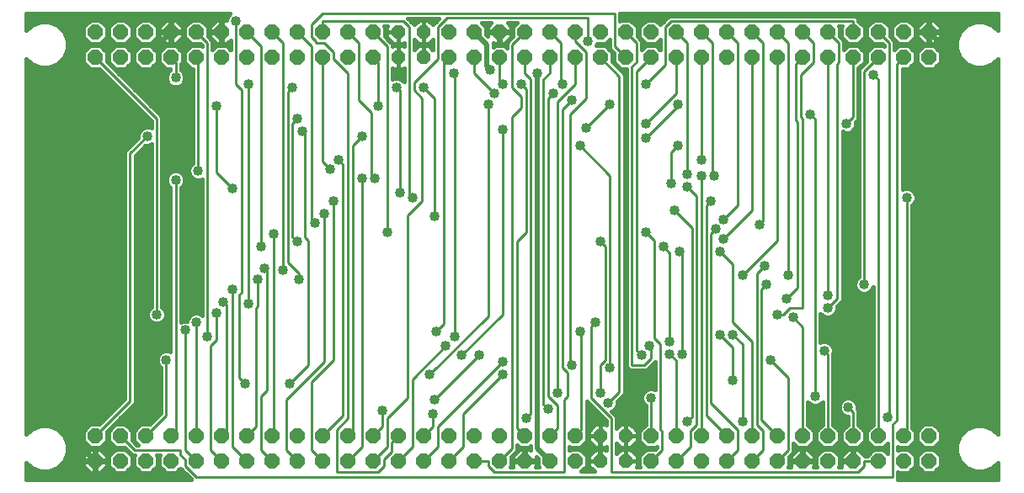
<source format=gbl>
G75*
%MOIN*%
%OFA0B0*%
%FSLAX24Y24*%
%IPPOS*%
%LPD*%
%AMOC8*
5,1,8,0,0,1.08239X$1,22.5*
%
%ADD10OC8,0.0600*%
%ADD11OC8,0.0560*%
%ADD12C,0.0200*%
%ADD13C,0.0400*%
%ADD14C,0.0160*%
%ADD15C,0.0100*%
D10*
X003680Y001680D03*
X004680Y001680D03*
X005680Y001680D03*
X006680Y001680D03*
X007680Y001680D03*
X008680Y001680D03*
X009680Y001680D03*
X010680Y001680D03*
X011680Y001680D03*
X012680Y001680D03*
X013680Y001680D03*
X014680Y001680D03*
X015680Y001680D03*
X016680Y001680D03*
X017680Y001680D03*
X018680Y001680D03*
X019680Y001680D03*
X020680Y001680D03*
X021680Y001680D03*
X022680Y001680D03*
X022680Y002680D03*
X021680Y002680D03*
X020680Y002680D03*
X019680Y002680D03*
X018680Y002680D03*
X017680Y002680D03*
X016680Y002680D03*
X015680Y002680D03*
X014680Y002680D03*
X013680Y002680D03*
X012680Y002680D03*
X011680Y002680D03*
X010680Y002680D03*
X009680Y002680D03*
X008680Y002680D03*
X007680Y002680D03*
X006680Y002680D03*
X005680Y002680D03*
X004680Y002680D03*
X003680Y002680D03*
X025680Y002680D03*
X026680Y002680D03*
X027680Y002680D03*
X028680Y002680D03*
X029680Y002680D03*
X030680Y002680D03*
X031680Y002680D03*
X032680Y002680D03*
X033680Y002680D03*
X034680Y002680D03*
X035680Y002680D03*
X036680Y002680D03*
X036680Y001680D03*
X035680Y001680D03*
X034680Y001680D03*
X033680Y001680D03*
X032680Y001680D03*
X031680Y001680D03*
X030680Y001680D03*
X029680Y001680D03*
X028680Y001680D03*
X027680Y001680D03*
X026680Y001680D03*
X025680Y001680D03*
X025680Y017680D03*
X024680Y017680D03*
X023680Y017680D03*
X022680Y017680D03*
X021680Y017680D03*
X020680Y017680D03*
X019680Y017680D03*
X018680Y017680D03*
X017680Y017680D03*
X017680Y018680D03*
X018680Y018680D03*
X019680Y018680D03*
X020680Y018680D03*
X021680Y018680D03*
X022680Y018680D03*
X023680Y018680D03*
X024680Y018680D03*
X025680Y018680D03*
X026680Y018680D03*
X027680Y018680D03*
X028680Y018680D03*
X029680Y018680D03*
X030680Y018680D03*
X031680Y018680D03*
X032680Y018680D03*
X033680Y018680D03*
X034680Y018680D03*
X035680Y018680D03*
X036680Y018680D03*
X036680Y017680D03*
X035680Y017680D03*
X034680Y017680D03*
X033680Y017680D03*
X032680Y017680D03*
X031680Y017680D03*
X030680Y017680D03*
X029680Y017680D03*
X028680Y017680D03*
X027680Y017680D03*
X026680Y017680D03*
X014680Y017680D03*
X013680Y017680D03*
X012680Y017680D03*
X011680Y017680D03*
X010680Y017680D03*
X009680Y017680D03*
X008680Y017680D03*
X007680Y017680D03*
X006680Y017680D03*
X005680Y017680D03*
X004680Y017680D03*
X003680Y017680D03*
X003680Y018680D03*
X004680Y018680D03*
X005680Y018680D03*
X006680Y018680D03*
X007680Y018680D03*
X008680Y018680D03*
X009680Y018680D03*
X010680Y018680D03*
X011680Y018680D03*
X012680Y018680D03*
X013680Y018680D03*
X014680Y018680D03*
D11*
X015680Y018680D03*
X016680Y018680D03*
X016680Y017680D03*
X015680Y017680D03*
X023680Y002680D03*
X024680Y002680D03*
X024680Y001680D03*
X023680Y001680D03*
D12*
X023680Y002680D01*
X021680Y001680D02*
X021180Y002180D01*
X021180Y017055D01*
X019305Y017180D02*
X019180Y017305D01*
X019180Y018180D01*
X018680Y018680D01*
X006680Y018680D02*
X006180Y018180D01*
X003180Y018180D01*
X003180Y002180D01*
X003680Y001680D01*
X037243Y001118D02*
X037243Y018118D01*
X036680Y018680D01*
D13*
X034493Y016993D03*
X031993Y015430D03*
X033430Y015055D03*
X028180Y012993D03*
X027680Y012993D03*
X027118Y013055D03*
X026493Y012680D03*
X027118Y012555D03*
X028055Y011993D03*
X028555Y011243D03*
X028243Y010868D03*
X028555Y010493D03*
X028430Y009993D03*
X026805Y009993D03*
X026180Y010180D03*
X025493Y010743D03*
X026618Y011618D03*
X023680Y010368D03*
X029305Y009055D03*
X030180Y009430D03*
X031118Y009055D03*
X030243Y008680D03*
X031055Y008118D03*
X030680Y007493D03*
X031305Y007368D03*
X032680Y007743D03*
X032680Y008243D03*
X034118Y008680D03*
X029993Y011055D03*
X027680Y013618D03*
X026743Y014180D03*
X025493Y014493D03*
X025493Y015055D03*
X026743Y015805D03*
X025493Y016618D03*
X024055Y015805D03*
X023118Y014868D03*
X022868Y014180D03*
X019805Y014805D03*
X019243Y015805D03*
X019493Y016243D03*
X019805Y016618D03*
X020555Y016618D03*
X021180Y017055D03*
X022180Y016618D03*
X021805Y016243D03*
X022555Y015993D03*
X019305Y017180D03*
X017868Y017055D03*
X016680Y016493D03*
X015618Y016493D03*
X014868Y015743D03*
X014243Y014555D03*
X013305Y013618D03*
X012993Y013243D03*
X014243Y012868D03*
X014743Y012868D03*
X015743Y012305D03*
X016243Y012118D03*
X017118Y011368D03*
X015243Y010743D03*
X013118Y011993D03*
X012743Y011493D03*
X012368Y011118D03*
X011680Y010368D03*
X010743Y010680D03*
X010243Y010180D03*
X010368Y009305D03*
X010118Y008868D03*
X011118Y009243D03*
X011743Y008868D03*
X009743Y007930D03*
X009118Y008493D03*
X008743Y007993D03*
X008493Y007555D03*
X007680Y007180D03*
X007243Y006868D03*
X008118Y006618D03*
X006493Y005680D03*
X009618Y004743D03*
X011368Y004743D03*
X015055Y003680D03*
X017055Y003555D03*
X017118Y004118D03*
X016930Y005118D03*
X018180Y005868D03*
X018868Y005868D03*
X019805Y005618D03*
X019805Y005118D03*
X021993Y004368D03*
X021618Y003743D03*
X020743Y003368D03*
X023680Y004368D03*
X023993Y003993D03*
X025680Y004180D03*
X027118Y003243D03*
X029305Y003243D03*
X032180Y004243D03*
X033493Y003805D03*
X035055Y003430D03*
X037243Y001118D03*
X028930Y004868D03*
X030430Y005680D03*
X028930Y006680D03*
X028430Y006680D03*
X026930Y005930D03*
X026430Y005930D03*
X026430Y006430D03*
X025618Y006243D03*
X025305Y005868D03*
X024055Y005368D03*
X022555Y005493D03*
X022868Y006805D03*
X023493Y007180D03*
X017930Y006618D03*
X017555Y006243D03*
X017180Y006805D03*
X006118Y007493D03*
X009118Y012493D03*
X007743Y013180D03*
X006868Y012805D03*
X005743Y014555D03*
X008493Y015743D03*
X009743Y016618D03*
X011493Y016493D03*
X011680Y015243D03*
X011868Y014743D03*
X006868Y016868D03*
X009243Y019118D03*
X023180Y018305D03*
X035805Y012118D03*
X032555Y006055D03*
D14*
X000960Y001620D02*
X000960Y000960D01*
X007478Y000960D01*
X007470Y000968D01*
X007044Y001394D01*
X006871Y001220D01*
X006489Y001220D01*
X006220Y001489D01*
X006220Y001871D01*
X006257Y001908D01*
X006103Y001908D01*
X006140Y001871D01*
X006140Y001489D01*
X005871Y001220D01*
X005489Y001220D01*
X005220Y001489D01*
X005220Y001871D01*
X005257Y001908D01*
X005156Y001908D01*
X004843Y002220D01*
X004489Y002220D01*
X004220Y002489D01*
X004220Y002871D01*
X004489Y003140D01*
X004871Y003140D01*
X005140Y002871D01*
X005140Y002517D01*
X005329Y002327D01*
X005382Y002327D01*
X005220Y002489D01*
X005220Y002871D01*
X005489Y003140D01*
X005843Y003140D01*
X006283Y003579D01*
X006283Y005381D01*
X006187Y005476D01*
X006133Y005608D01*
X006133Y005752D01*
X006187Y005884D01*
X006289Y005985D01*
X006421Y006040D01*
X006564Y006040D01*
X006658Y006001D01*
X006658Y012506D01*
X006562Y012601D01*
X006508Y012733D01*
X006508Y012877D01*
X006562Y013009D01*
X006664Y013110D01*
X006796Y013165D01*
X006939Y013165D01*
X007071Y013110D01*
X007173Y013009D01*
X007227Y012877D01*
X007227Y012733D01*
X007173Y012601D01*
X007077Y012506D01*
X007077Y007189D01*
X007171Y007227D01*
X007314Y007227D01*
X007320Y007225D01*
X007320Y007252D01*
X007375Y007384D01*
X007476Y007485D01*
X007608Y007540D01*
X007752Y007540D01*
X007884Y007485D01*
X007908Y007462D01*
X007908Y012859D01*
X007814Y012820D01*
X007671Y012820D01*
X007539Y012875D01*
X007437Y012976D01*
X007383Y013108D01*
X007383Y013252D01*
X007437Y013384D01*
X007533Y013479D01*
X007533Y017220D01*
X007489Y017220D01*
X007220Y017489D01*
X007220Y017871D01*
X007489Y018140D01*
X007871Y018140D01*
X007908Y018103D01*
X007908Y018156D01*
X007843Y018220D01*
X007489Y018220D01*
X007220Y018489D01*
X007220Y018871D01*
X007489Y019140D01*
X007871Y019140D01*
X008140Y018871D01*
X008140Y018517D01*
X008327Y018329D01*
X008327Y017978D01*
X008489Y018140D01*
X008871Y018140D01*
X009033Y017978D01*
X009033Y018354D01*
X008879Y018200D01*
X008700Y018200D01*
X008700Y018660D01*
X008660Y018660D01*
X008660Y018200D01*
X008481Y018200D01*
X008200Y018481D01*
X008200Y018660D01*
X008660Y018660D01*
X008660Y018700D01*
X008660Y019160D01*
X008481Y019160D01*
X008200Y018879D01*
X008200Y018700D01*
X008660Y018700D01*
X008700Y018700D01*
X008700Y019160D01*
X008879Y019160D01*
X008883Y019156D01*
X008883Y019189D01*
X008937Y019321D01*
X009016Y019400D01*
X000960Y019400D01*
X000960Y018740D01*
X001167Y018947D01*
X001500Y019085D01*
X001860Y019085D01*
X002193Y018947D01*
X002447Y018693D01*
X002585Y018360D01*
X002585Y018000D01*
X002447Y017667D01*
X002193Y017413D01*
X001860Y017275D01*
X001500Y017275D01*
X001167Y017413D01*
X000960Y017620D01*
X000960Y002740D01*
X001167Y002947D01*
X001500Y003085D01*
X001860Y003085D01*
X002193Y002947D01*
X002447Y002693D01*
X002585Y002360D01*
X002585Y002000D01*
X002447Y001667D01*
X002193Y001413D01*
X001860Y001275D01*
X001500Y001275D01*
X001167Y001413D01*
X000960Y001620D01*
X000960Y001497D02*
X001083Y001497D01*
X000960Y001339D02*
X001347Y001339D01*
X000960Y001180D02*
X007258Y001180D01*
X007100Y001339D02*
X006989Y001339D01*
X007417Y001021D02*
X000960Y001021D01*
X002013Y001339D02*
X003343Y001339D01*
X003481Y001200D02*
X003200Y001481D01*
X003200Y001660D01*
X003660Y001660D01*
X003700Y001660D01*
X003700Y001700D01*
X004160Y001700D01*
X004160Y001879D01*
X003879Y002160D01*
X003700Y002160D01*
X003700Y001700D01*
X003660Y001700D01*
X003660Y002160D01*
X003481Y002160D01*
X003200Y001879D01*
X003200Y001700D01*
X003660Y001700D01*
X003660Y001660D01*
X003660Y001200D01*
X003481Y001200D01*
X003700Y001200D02*
X003879Y001200D01*
X004160Y001481D01*
X004160Y001660D01*
X003700Y001660D01*
X003700Y001200D01*
X003700Y001339D02*
X003660Y001339D01*
X003660Y001497D02*
X003700Y001497D01*
X003700Y001656D02*
X003660Y001656D01*
X003660Y001814D02*
X003700Y001814D01*
X003700Y001973D02*
X003660Y001973D01*
X003660Y002131D02*
X003700Y002131D01*
X003871Y002220D02*
X004140Y002489D01*
X004140Y002843D01*
X005142Y003845D01*
X005265Y003968D01*
X005265Y013781D01*
X005679Y014195D01*
X005814Y014195D01*
X005908Y014234D01*
X005908Y007792D01*
X005812Y007696D01*
X005758Y007564D01*
X005758Y007421D01*
X005812Y007289D01*
X005914Y007187D01*
X006046Y007133D01*
X006189Y007133D01*
X006321Y007187D01*
X006423Y007289D01*
X006477Y007421D01*
X006477Y007564D01*
X006423Y007696D01*
X006327Y007792D01*
X006327Y015329D01*
X006204Y015452D01*
X004140Y017517D01*
X004140Y017871D01*
X003871Y018140D01*
X003489Y018140D01*
X003220Y017871D01*
X003220Y017489D01*
X003489Y017220D01*
X003843Y017220D01*
X005908Y015156D01*
X005908Y014876D01*
X005814Y014915D01*
X005671Y014915D01*
X005539Y014860D01*
X005437Y014759D01*
X005383Y014627D01*
X005383Y014492D01*
X004845Y013954D01*
X004845Y004142D01*
X003843Y003140D01*
X003489Y003140D01*
X003220Y002871D01*
X003220Y002489D01*
X003489Y002220D01*
X003871Y002220D01*
X003908Y002131D02*
X004480Y002131D01*
X004489Y002140D02*
X004220Y001871D01*
X004220Y001489D01*
X004489Y001220D01*
X004871Y001220D01*
X005140Y001489D01*
X005140Y001871D01*
X004871Y002140D01*
X004489Y002140D01*
X004420Y002290D02*
X003940Y002290D01*
X004099Y002448D02*
X004261Y002448D01*
X004220Y002607D02*
X004140Y002607D01*
X004140Y002765D02*
X004220Y002765D01*
X004220Y002924D02*
X004273Y002924D01*
X004379Y003082D02*
X004431Y003082D01*
X004537Y003241D02*
X005944Y003241D01*
X006102Y003399D02*
X004696Y003399D01*
X004854Y003558D02*
X006261Y003558D01*
X006283Y003716D02*
X005013Y003716D01*
X005171Y003875D02*
X006283Y003875D01*
X006283Y004033D02*
X005265Y004033D01*
X005265Y004192D02*
X006283Y004192D01*
X006283Y004350D02*
X005265Y004350D01*
X005265Y004509D02*
X006283Y004509D01*
X006283Y004667D02*
X005265Y004667D01*
X005265Y004826D02*
X006283Y004826D01*
X006283Y004984D02*
X005265Y004984D01*
X005265Y005143D02*
X006283Y005143D01*
X006283Y005301D02*
X005265Y005301D01*
X005265Y005460D02*
X006204Y005460D01*
X006133Y005618D02*
X005265Y005618D01*
X005265Y005777D02*
X006143Y005777D01*
X006238Y005935D02*
X005265Y005935D01*
X005265Y006094D02*
X006658Y006094D01*
X006658Y006252D02*
X005265Y006252D01*
X005265Y006411D02*
X006658Y006411D01*
X006658Y006569D02*
X005265Y006569D01*
X005265Y006728D02*
X006658Y006728D01*
X006658Y006886D02*
X005265Y006886D01*
X005265Y007045D02*
X006658Y007045D01*
X006658Y007203D02*
X006337Y007203D01*
X006453Y007362D02*
X006658Y007362D01*
X006658Y007520D02*
X006477Y007520D01*
X006430Y007679D02*
X006658Y007679D01*
X006658Y007837D02*
X006327Y007837D01*
X006327Y007996D02*
X006658Y007996D01*
X006658Y008154D02*
X006327Y008154D01*
X006327Y008313D02*
X006658Y008313D01*
X006658Y008471D02*
X006327Y008471D01*
X006327Y008630D02*
X006658Y008630D01*
X006658Y008788D02*
X006327Y008788D01*
X006327Y008947D02*
X006658Y008947D01*
X006658Y009105D02*
X006327Y009105D01*
X006327Y009264D02*
X006658Y009264D01*
X006658Y009422D02*
X006327Y009422D01*
X006327Y009581D02*
X006658Y009581D01*
X006658Y009739D02*
X006327Y009739D01*
X006327Y009898D02*
X006658Y009898D01*
X006658Y010056D02*
X006327Y010056D01*
X006327Y010215D02*
X006658Y010215D01*
X006658Y010373D02*
X006327Y010373D01*
X006327Y010532D02*
X006658Y010532D01*
X006658Y010690D02*
X006327Y010690D01*
X006327Y010849D02*
X006658Y010849D01*
X006658Y011007D02*
X006327Y011007D01*
X006327Y011166D02*
X006658Y011166D01*
X006658Y011324D02*
X006327Y011324D01*
X006327Y011483D02*
X006658Y011483D01*
X006658Y011641D02*
X006327Y011641D01*
X006327Y011800D02*
X006658Y011800D01*
X006658Y011958D02*
X006327Y011958D01*
X006327Y012117D02*
X006658Y012117D01*
X006658Y012275D02*
X006327Y012275D01*
X006327Y012434D02*
X006658Y012434D01*
X006571Y012592D02*
X006327Y012592D01*
X006327Y012751D02*
X006508Y012751D01*
X006521Y012909D02*
X006327Y012909D01*
X006327Y013068D02*
X006621Y013068D01*
X006327Y013226D02*
X007383Y013226D01*
X007399Y013068D02*
X007114Y013068D01*
X007214Y012909D02*
X007504Y012909D01*
X007227Y012751D02*
X007908Y012751D01*
X007908Y012592D02*
X007164Y012592D01*
X007077Y012434D02*
X007908Y012434D01*
X007908Y012275D02*
X007077Y012275D01*
X007077Y012117D02*
X007908Y012117D01*
X007908Y011958D02*
X007077Y011958D01*
X007077Y011800D02*
X007908Y011800D01*
X007908Y011641D02*
X007077Y011641D01*
X007077Y011483D02*
X007908Y011483D01*
X007908Y011324D02*
X007077Y011324D01*
X007077Y011166D02*
X007908Y011166D01*
X007908Y011007D02*
X007077Y011007D01*
X007077Y010849D02*
X007908Y010849D01*
X007908Y010690D02*
X007077Y010690D01*
X007077Y010532D02*
X007908Y010532D01*
X007908Y010373D02*
X007077Y010373D01*
X007077Y010215D02*
X007908Y010215D01*
X007908Y010056D02*
X007077Y010056D01*
X007077Y009898D02*
X007908Y009898D01*
X007908Y009739D02*
X007077Y009739D01*
X007077Y009581D02*
X007908Y009581D01*
X007908Y009422D02*
X007077Y009422D01*
X007077Y009264D02*
X007908Y009264D01*
X007908Y009105D02*
X007077Y009105D01*
X007077Y008947D02*
X007908Y008947D01*
X007908Y008788D02*
X007077Y008788D01*
X007077Y008630D02*
X007908Y008630D01*
X007908Y008471D02*
X007077Y008471D01*
X007077Y008313D02*
X007908Y008313D01*
X007908Y008154D02*
X007077Y008154D01*
X007077Y007996D02*
X007908Y007996D01*
X007908Y007837D02*
X007077Y007837D01*
X007077Y007679D02*
X007908Y007679D01*
X007908Y007520D02*
X007800Y007520D01*
X007560Y007520D02*
X007077Y007520D01*
X007077Y007362D02*
X007366Y007362D01*
X007112Y007203D02*
X007077Y007203D01*
X005898Y007203D02*
X005265Y007203D01*
X005265Y007362D02*
X005782Y007362D01*
X005758Y007520D02*
X005265Y007520D01*
X005265Y007679D02*
X005805Y007679D01*
X005908Y007837D02*
X005265Y007837D01*
X005265Y007996D02*
X005908Y007996D01*
X005908Y008154D02*
X005265Y008154D01*
X005265Y008313D02*
X005908Y008313D01*
X005908Y008471D02*
X005265Y008471D01*
X005265Y008630D02*
X005908Y008630D01*
X005908Y008788D02*
X005265Y008788D01*
X005265Y008947D02*
X005908Y008947D01*
X005908Y009105D02*
X005265Y009105D01*
X005265Y009264D02*
X005908Y009264D01*
X005908Y009422D02*
X005265Y009422D01*
X005265Y009581D02*
X005908Y009581D01*
X005908Y009739D02*
X005265Y009739D01*
X005265Y009898D02*
X005908Y009898D01*
X005908Y010056D02*
X005265Y010056D01*
X005265Y010215D02*
X005908Y010215D01*
X005908Y010373D02*
X005265Y010373D01*
X005265Y010532D02*
X005908Y010532D01*
X005908Y010690D02*
X005265Y010690D01*
X005265Y010849D02*
X005908Y010849D01*
X005908Y011007D02*
X005265Y011007D01*
X005265Y011166D02*
X005908Y011166D01*
X005908Y011324D02*
X005265Y011324D01*
X005265Y011483D02*
X005908Y011483D01*
X005908Y011641D02*
X005265Y011641D01*
X005265Y011800D02*
X005908Y011800D01*
X005908Y011958D02*
X005265Y011958D01*
X005265Y012117D02*
X005908Y012117D01*
X005908Y012275D02*
X005265Y012275D01*
X005265Y012434D02*
X005908Y012434D01*
X005908Y012592D02*
X005265Y012592D01*
X005265Y012751D02*
X005908Y012751D01*
X005908Y012909D02*
X005265Y012909D01*
X005265Y013068D02*
X005908Y013068D01*
X005908Y013226D02*
X005265Y013226D01*
X005265Y013385D02*
X005908Y013385D01*
X005908Y013543D02*
X005265Y013543D01*
X005265Y013702D02*
X005908Y013702D01*
X005908Y013860D02*
X005345Y013860D01*
X005503Y014019D02*
X005908Y014019D01*
X005908Y014177D02*
X005662Y014177D01*
X006327Y014177D02*
X007533Y014177D01*
X007533Y014019D02*
X006327Y014019D01*
X006327Y013860D02*
X007533Y013860D01*
X007533Y013702D02*
X006327Y013702D01*
X006327Y013543D02*
X007533Y013543D01*
X007438Y013385D02*
X006327Y013385D01*
X004845Y013385D02*
X000960Y013385D01*
X000960Y013543D02*
X004845Y013543D01*
X004845Y013702D02*
X000960Y013702D01*
X000960Y013860D02*
X004845Y013860D01*
X004909Y014019D02*
X000960Y014019D01*
X000960Y014177D02*
X005068Y014177D01*
X005226Y014336D02*
X000960Y014336D01*
X000960Y014494D02*
X005383Y014494D01*
X005393Y014653D02*
X000960Y014653D01*
X000960Y014811D02*
X005489Y014811D01*
X005908Y014970D02*
X000960Y014970D01*
X000960Y015128D02*
X005908Y015128D01*
X005776Y015287D02*
X000960Y015287D01*
X000960Y015445D02*
X005618Y015445D01*
X005459Y015604D02*
X000960Y015604D01*
X000960Y015762D02*
X005301Y015762D01*
X005142Y015921D02*
X000960Y015921D01*
X000960Y016079D02*
X004984Y016079D01*
X004825Y016238D02*
X000960Y016238D01*
X000960Y016396D02*
X004667Y016396D01*
X004508Y016555D02*
X000960Y016555D01*
X000960Y016713D02*
X004350Y016713D01*
X004191Y016872D02*
X000960Y016872D01*
X000960Y017030D02*
X004033Y017030D01*
X003874Y017189D02*
X000960Y017189D01*
X000960Y017347D02*
X001326Y017347D01*
X001075Y017506D02*
X000960Y017506D01*
X002034Y017347D02*
X003362Y017347D01*
X003220Y017506D02*
X002285Y017506D01*
X002444Y017664D02*
X003220Y017664D01*
X003220Y017823D02*
X002511Y017823D01*
X002577Y017981D02*
X003330Y017981D01*
X003489Y018140D02*
X002585Y018140D01*
X002585Y018298D02*
X003411Y018298D01*
X003489Y018220D02*
X003871Y018220D01*
X004140Y018489D01*
X004140Y018871D01*
X003871Y019140D01*
X003489Y019140D01*
X003220Y018871D01*
X003220Y018489D01*
X003489Y018220D01*
X003253Y018457D02*
X002545Y018457D01*
X002479Y018615D02*
X003220Y018615D01*
X003220Y018774D02*
X002366Y018774D01*
X002208Y018932D02*
X003281Y018932D01*
X003440Y019091D02*
X000960Y019091D01*
X000960Y019249D02*
X008907Y019249D01*
X008700Y019091D02*
X008660Y019091D01*
X008660Y018932D02*
X008700Y018932D01*
X008700Y018774D02*
X008660Y018774D01*
X008660Y018615D02*
X008700Y018615D01*
X008700Y018457D02*
X008660Y018457D01*
X008660Y018298D02*
X008700Y018298D01*
X008871Y018140D02*
X009033Y018140D01*
X009033Y018298D02*
X008977Y018298D01*
X009030Y017981D02*
X009033Y017981D01*
X008489Y018140D02*
X008327Y018140D01*
X008327Y018298D02*
X008383Y018298D01*
X008225Y018457D02*
X008200Y018457D01*
X008200Y018615D02*
X008140Y018615D01*
X008140Y018774D02*
X008200Y018774D01*
X008253Y018932D02*
X008079Y018932D01*
X007920Y019091D02*
X008412Y019091D01*
X007440Y019091D02*
X006948Y019091D01*
X006879Y019160D02*
X006700Y019160D01*
X006700Y018700D01*
X007160Y018700D01*
X007160Y018879D01*
X006879Y019160D01*
X006700Y019091D02*
X006660Y019091D01*
X006660Y019160D02*
X006481Y019160D01*
X006200Y018879D01*
X006200Y018700D01*
X006660Y018700D01*
X006660Y019160D01*
X006412Y019091D02*
X005920Y019091D01*
X005871Y019140D02*
X005489Y019140D01*
X005220Y018871D01*
X005220Y018489D01*
X005489Y018220D01*
X005871Y018220D01*
X006140Y018489D01*
X006140Y018871D01*
X005871Y019140D01*
X005440Y019091D02*
X004920Y019091D01*
X004871Y019140D02*
X004489Y019140D01*
X004220Y018871D01*
X004220Y018489D01*
X004489Y018220D01*
X004871Y018220D01*
X005140Y018489D01*
X005140Y018871D01*
X004871Y019140D01*
X004440Y019091D02*
X003920Y019091D01*
X004079Y018932D02*
X004281Y018932D01*
X004220Y018774D02*
X004140Y018774D01*
X004140Y018615D02*
X004220Y018615D01*
X004253Y018457D02*
X004107Y018457D01*
X003949Y018298D02*
X004411Y018298D01*
X004489Y018140D02*
X004220Y017871D01*
X004220Y017489D01*
X004489Y017220D01*
X004871Y017220D01*
X005140Y017489D01*
X005140Y017871D01*
X004871Y018140D01*
X004489Y018140D01*
X003871Y018140D01*
X004030Y017981D02*
X004330Y017981D01*
X004220Y017823D02*
X004140Y017823D01*
X004140Y017664D02*
X004220Y017664D01*
X004220Y017506D02*
X004151Y017506D01*
X004310Y017347D02*
X004362Y017347D01*
X004468Y017189D02*
X006658Y017189D01*
X006658Y017167D02*
X006562Y017071D01*
X006508Y016939D01*
X006508Y016796D01*
X006562Y016664D01*
X006664Y016562D01*
X006796Y016508D01*
X006939Y016508D01*
X007071Y016562D01*
X007173Y016664D01*
X007227Y016796D01*
X007227Y016939D01*
X007173Y017071D01*
X007077Y017167D01*
X007077Y017427D01*
X007140Y017489D01*
X007140Y017871D01*
X006871Y018140D01*
X006489Y018140D01*
X006220Y017871D01*
X006220Y017489D01*
X006489Y017220D01*
X006658Y017220D01*
X006658Y017167D01*
X006545Y017030D02*
X004627Y017030D01*
X004785Y016872D02*
X006508Y016872D01*
X006542Y016713D02*
X004944Y016713D01*
X005102Y016555D02*
X006682Y016555D01*
X007053Y016555D02*
X007533Y016555D01*
X007533Y016713D02*
X007193Y016713D01*
X007227Y016872D02*
X007533Y016872D01*
X007533Y017030D02*
X007190Y017030D01*
X007077Y017189D02*
X007533Y017189D01*
X007362Y017347D02*
X007077Y017347D01*
X007140Y017506D02*
X007220Y017506D01*
X007220Y017664D02*
X007140Y017664D01*
X007140Y017823D02*
X007220Y017823D01*
X007330Y017981D02*
X007030Y017981D01*
X006871Y018140D02*
X007489Y018140D01*
X007411Y018298D02*
X006977Y018298D01*
X006879Y018200D02*
X007160Y018481D01*
X007160Y018660D01*
X006700Y018660D01*
X006700Y018700D01*
X006660Y018700D01*
X006660Y018660D01*
X006700Y018660D01*
X006700Y018200D01*
X006879Y018200D01*
X006700Y018298D02*
X006660Y018298D01*
X006660Y018200D02*
X006660Y018660D01*
X006200Y018660D01*
X006200Y018481D01*
X006481Y018200D01*
X006660Y018200D01*
X006489Y018140D02*
X005871Y018140D01*
X005489Y018140D01*
X005220Y017871D01*
X005220Y017489D01*
X005489Y017220D01*
X005871Y017220D01*
X006140Y017489D01*
X006140Y017871D01*
X005871Y018140D01*
X005949Y018298D02*
X006383Y018298D01*
X006225Y018457D02*
X006107Y018457D01*
X006140Y018615D02*
X006200Y018615D01*
X006200Y018774D02*
X006140Y018774D01*
X006079Y018932D02*
X006253Y018932D01*
X006660Y018932D02*
X006700Y018932D01*
X006700Y018774D02*
X006660Y018774D01*
X006660Y018615D02*
X006700Y018615D01*
X006700Y018457D02*
X006660Y018457D01*
X007135Y018457D02*
X007253Y018457D01*
X007220Y018615D02*
X007160Y018615D01*
X007160Y018774D02*
X007220Y018774D01*
X007281Y018932D02*
X007107Y018932D01*
X007871Y018140D02*
X007908Y018140D01*
X008327Y017981D02*
X008330Y017981D01*
X006330Y017981D02*
X006030Y017981D01*
X006140Y017823D02*
X006220Y017823D01*
X006220Y017664D02*
X006140Y017664D01*
X006140Y017506D02*
X006220Y017506D01*
X006362Y017347D02*
X005998Y017347D01*
X005362Y017347D02*
X004998Y017347D01*
X005140Y017506D02*
X005220Y017506D01*
X005220Y017664D02*
X005140Y017664D01*
X005140Y017823D02*
X005220Y017823D01*
X005330Y017981D02*
X005030Y017981D01*
X004871Y018140D02*
X005489Y018140D01*
X005411Y018298D02*
X004949Y018298D01*
X005107Y018457D02*
X005253Y018457D01*
X005220Y018615D02*
X005140Y018615D01*
X005140Y018774D02*
X005220Y018774D01*
X005281Y018932D02*
X005079Y018932D01*
X001152Y018932D02*
X000960Y018932D01*
X000960Y018774D02*
X000994Y018774D01*
X005261Y016396D02*
X007533Y016396D01*
X007533Y016238D02*
X005419Y016238D01*
X005578Y016079D02*
X007533Y016079D01*
X007533Y015921D02*
X005736Y015921D01*
X005895Y015762D02*
X007533Y015762D01*
X007533Y015604D02*
X006053Y015604D01*
X006212Y015445D02*
X007533Y015445D01*
X007533Y015287D02*
X006327Y015287D01*
X006327Y015128D02*
X007533Y015128D01*
X007533Y014970D02*
X006327Y014970D01*
X006327Y014811D02*
X007533Y014811D01*
X007533Y014653D02*
X006327Y014653D01*
X006327Y014494D02*
X007533Y014494D01*
X007533Y014336D02*
X006327Y014336D01*
X004845Y013226D02*
X000960Y013226D01*
X000960Y013068D02*
X004845Y013068D01*
X004845Y012909D02*
X000960Y012909D01*
X000960Y012751D02*
X004845Y012751D01*
X004845Y012592D02*
X000960Y012592D01*
X000960Y012434D02*
X004845Y012434D01*
X004845Y012275D02*
X000960Y012275D01*
X000960Y012117D02*
X004845Y012117D01*
X004845Y011958D02*
X000960Y011958D01*
X000960Y011800D02*
X004845Y011800D01*
X004845Y011641D02*
X000960Y011641D01*
X000960Y011483D02*
X004845Y011483D01*
X004845Y011324D02*
X000960Y011324D01*
X000960Y011166D02*
X004845Y011166D01*
X004845Y011007D02*
X000960Y011007D01*
X000960Y010849D02*
X004845Y010849D01*
X004845Y010690D02*
X000960Y010690D01*
X000960Y010532D02*
X004845Y010532D01*
X004845Y010373D02*
X000960Y010373D01*
X000960Y010215D02*
X004845Y010215D01*
X004845Y010056D02*
X000960Y010056D01*
X000960Y009898D02*
X004845Y009898D01*
X004845Y009739D02*
X000960Y009739D01*
X000960Y009581D02*
X004845Y009581D01*
X004845Y009422D02*
X000960Y009422D01*
X000960Y009264D02*
X004845Y009264D01*
X004845Y009105D02*
X000960Y009105D01*
X000960Y008947D02*
X004845Y008947D01*
X004845Y008788D02*
X000960Y008788D01*
X000960Y008630D02*
X004845Y008630D01*
X004845Y008471D02*
X000960Y008471D01*
X000960Y008313D02*
X004845Y008313D01*
X004845Y008154D02*
X000960Y008154D01*
X000960Y007996D02*
X004845Y007996D01*
X004845Y007837D02*
X000960Y007837D01*
X000960Y007679D02*
X004845Y007679D01*
X004845Y007520D02*
X000960Y007520D01*
X000960Y007362D02*
X004845Y007362D01*
X004845Y007203D02*
X000960Y007203D01*
X000960Y007045D02*
X004845Y007045D01*
X004845Y006886D02*
X000960Y006886D01*
X000960Y006728D02*
X004845Y006728D01*
X004845Y006569D02*
X000960Y006569D01*
X000960Y006411D02*
X004845Y006411D01*
X004845Y006252D02*
X000960Y006252D01*
X000960Y006094D02*
X004845Y006094D01*
X004845Y005935D02*
X000960Y005935D01*
X000960Y005777D02*
X004845Y005777D01*
X004845Y005618D02*
X000960Y005618D01*
X000960Y005460D02*
X004845Y005460D01*
X004845Y005301D02*
X000960Y005301D01*
X000960Y005143D02*
X004845Y005143D01*
X004845Y004984D02*
X000960Y004984D01*
X000960Y004826D02*
X004845Y004826D01*
X004845Y004667D02*
X000960Y004667D01*
X000960Y004509D02*
X004845Y004509D01*
X004845Y004350D02*
X000960Y004350D01*
X000960Y004192D02*
X004845Y004192D01*
X004736Y004033D02*
X000960Y004033D01*
X000960Y003875D02*
X004578Y003875D01*
X004419Y003716D02*
X000960Y003716D01*
X000960Y003558D02*
X004261Y003558D01*
X004102Y003399D02*
X000960Y003399D01*
X000960Y003241D02*
X003944Y003241D01*
X003431Y003082D02*
X001867Y003082D01*
X001493Y003082D02*
X000960Y003082D01*
X000960Y002924D02*
X001144Y002924D01*
X000985Y002765D02*
X000960Y002765D01*
X002216Y002924D02*
X003273Y002924D01*
X003220Y002765D02*
X002375Y002765D01*
X002483Y002607D02*
X003220Y002607D01*
X003261Y002448D02*
X002549Y002448D01*
X002585Y002290D02*
X003420Y002290D01*
X003452Y002131D02*
X002585Y002131D01*
X002574Y001973D02*
X003294Y001973D01*
X003200Y001814D02*
X002508Y001814D01*
X002435Y001656D02*
X003200Y001656D01*
X003200Y001497D02*
X002277Y001497D01*
X004017Y001339D02*
X004371Y001339D01*
X004220Y001497D02*
X004160Y001497D01*
X004160Y001656D02*
X004220Y001656D01*
X004220Y001814D02*
X004160Y001814D01*
X004066Y001973D02*
X004322Y001973D01*
X004880Y002131D02*
X004932Y002131D01*
X005038Y001973D02*
X005091Y001973D01*
X005140Y001814D02*
X005220Y001814D01*
X005220Y001656D02*
X005140Y001656D01*
X005140Y001497D02*
X005220Y001497D01*
X005371Y001339D02*
X004989Y001339D01*
X005989Y001339D02*
X006371Y001339D01*
X006220Y001497D02*
X006140Y001497D01*
X006140Y001656D02*
X006220Y001656D01*
X006220Y001814D02*
X006140Y001814D01*
X005261Y002448D02*
X005209Y002448D01*
X005220Y002607D02*
X005140Y002607D01*
X005140Y002765D02*
X005220Y002765D01*
X005273Y002924D02*
X005087Y002924D01*
X004929Y003082D02*
X005431Y003082D01*
X020140Y001843D02*
X020140Y001489D01*
X020103Y001452D01*
X020229Y001452D01*
X020200Y001481D01*
X020200Y001660D01*
X020660Y001660D01*
X020660Y001700D01*
X020660Y002160D01*
X020481Y002160D01*
X020200Y001879D01*
X020200Y001700D01*
X020660Y001700D01*
X020700Y001700D01*
X020700Y002160D01*
X020879Y002160D01*
X020927Y002112D01*
X020920Y002128D01*
X020920Y002269D01*
X020871Y002220D01*
X020489Y002220D01*
X020390Y002319D01*
X020390Y002093D01*
X020267Y001970D01*
X020140Y001843D01*
X020140Y001814D02*
X020200Y001814D01*
X020200Y001656D02*
X020140Y001656D01*
X020140Y001497D02*
X020200Y001497D01*
X020700Y001660D02*
X020700Y001700D01*
X021160Y001700D01*
X021160Y001832D01*
X021220Y001772D01*
X021220Y001489D01*
X021257Y001452D01*
X021131Y001452D01*
X021160Y001481D01*
X021160Y001660D01*
X020700Y001660D01*
X020700Y001814D02*
X020660Y001814D01*
X020660Y001973D02*
X020700Y001973D01*
X020700Y002131D02*
X020660Y002131D01*
X020452Y002131D02*
X020390Y002131D01*
X020390Y002290D02*
X020420Y002290D01*
X020908Y002131D02*
X020920Y002131D01*
X020294Y001973D02*
X020269Y001973D01*
X021160Y001814D02*
X021178Y001814D01*
X021160Y001656D02*
X021220Y001656D01*
X021220Y001497D02*
X021160Y001497D01*
X022452Y002103D02*
X022452Y002257D01*
X022489Y002220D01*
X022871Y002220D01*
X023140Y002489D01*
X023140Y004048D01*
X023218Y003970D01*
X023908Y003281D01*
X023908Y003103D01*
X023871Y003140D01*
X023690Y003140D01*
X023690Y002690D01*
X023670Y002690D01*
X023670Y003140D01*
X023489Y003140D01*
X023220Y002871D01*
X023220Y002690D01*
X023670Y002690D01*
X023670Y002670D01*
X023690Y002670D01*
X023690Y002220D01*
X023871Y002220D01*
X023908Y002257D01*
X023908Y002103D01*
X023871Y002140D01*
X023690Y002140D01*
X023690Y001690D01*
X023670Y001690D01*
X023670Y002140D01*
X023489Y002140D01*
X023220Y001871D01*
X023220Y001690D01*
X023670Y001690D01*
X023670Y001670D01*
X023220Y001670D01*
X023220Y001489D01*
X023444Y001265D01*
X022916Y001265D01*
X023140Y001489D01*
X023140Y001871D01*
X022871Y002140D01*
X022489Y002140D01*
X022452Y002103D01*
X022452Y002131D02*
X022480Y002131D01*
X022880Y002131D02*
X023480Y002131D01*
X023489Y002220D02*
X023670Y002220D01*
X023670Y002670D01*
X023220Y002670D01*
X023220Y002489D01*
X023489Y002220D01*
X023420Y002290D02*
X022940Y002290D01*
X023099Y002448D02*
X023261Y002448D01*
X023220Y002607D02*
X023140Y002607D01*
X023140Y002765D02*
X023220Y002765D01*
X023273Y002924D02*
X023140Y002924D01*
X023140Y003082D02*
X023431Y003082D01*
X023670Y003082D02*
X023690Y003082D01*
X023690Y002924D02*
X023670Y002924D01*
X023670Y002765D02*
X023690Y002765D01*
X023690Y002607D02*
X023670Y002607D01*
X023670Y002448D02*
X023690Y002448D01*
X023690Y002290D02*
X023670Y002290D01*
X023670Y002131D02*
X023690Y002131D01*
X023690Y001973D02*
X023670Y001973D01*
X023670Y001814D02*
X023690Y001814D01*
X023322Y001973D02*
X023038Y001973D01*
X023140Y001814D02*
X023220Y001814D01*
X023220Y001656D02*
X023140Y001656D01*
X023140Y001497D02*
X023220Y001497D01*
X023371Y001339D02*
X022989Y001339D01*
X023880Y002131D02*
X023908Y002131D01*
X024327Y002131D02*
X024480Y002131D01*
X024489Y002140D02*
X024327Y001978D01*
X024327Y002382D01*
X024489Y002220D01*
X024670Y002220D01*
X024670Y002670D01*
X024690Y002670D01*
X024690Y002690D01*
X025140Y002690D01*
X025140Y002871D01*
X024871Y003140D01*
X024690Y003140D01*
X024690Y002690D01*
X024670Y002690D01*
X024670Y003140D01*
X024489Y003140D01*
X024327Y002978D01*
X024327Y003454D01*
X024124Y003658D01*
X024196Y003687D01*
X024298Y003789D01*
X024352Y003921D01*
X024352Y004056D01*
X024517Y004220D01*
X024640Y004343D01*
X024640Y017017D01*
X024140Y017517D01*
X024140Y017871D01*
X023871Y018140D01*
X023501Y018140D01*
X023534Y018220D01*
X023871Y018220D01*
X024033Y018382D01*
X024033Y018031D01*
X024220Y017843D01*
X024220Y017489D01*
X024489Y017220D01*
X024720Y017220D01*
X024720Y005406D01*
X024843Y005283D01*
X025517Y005283D01*
X025640Y005406D01*
X025845Y005611D01*
X025845Y004501D01*
X025752Y004540D01*
X025608Y004540D01*
X025476Y004485D01*
X025375Y004384D01*
X025320Y004252D01*
X025320Y004108D01*
X025375Y003976D01*
X025470Y003881D01*
X025470Y003121D01*
X025220Y002871D01*
X025220Y002489D01*
X025489Y002220D01*
X025871Y002220D01*
X025908Y002257D01*
X025908Y002204D01*
X025843Y002140D01*
X025489Y002140D01*
X025220Y001871D01*
X025220Y001489D01*
X025257Y001452D01*
X025103Y001452D01*
X025140Y001489D01*
X025140Y001670D01*
X024690Y001670D01*
X024690Y001690D01*
X024670Y001690D01*
X024670Y002140D01*
X024489Y002140D01*
X024420Y002290D02*
X024327Y002290D01*
X024670Y002290D02*
X024690Y002290D01*
X024690Y002220D02*
X024871Y002220D01*
X025140Y002489D01*
X025140Y002670D01*
X024690Y002670D01*
X024690Y002220D01*
X024690Y002140D02*
X024690Y001690D01*
X025140Y001690D01*
X025140Y001871D01*
X024871Y002140D01*
X024690Y002140D01*
X024690Y002131D02*
X024670Y002131D01*
X024670Y001973D02*
X024690Y001973D01*
X024690Y001814D02*
X024670Y001814D01*
X025038Y001973D02*
X025322Y001973D01*
X025220Y001814D02*
X025140Y001814D01*
X025140Y001656D02*
X025220Y001656D01*
X025220Y001497D02*
X025140Y001497D01*
X024880Y002131D02*
X025480Y002131D01*
X025420Y002290D02*
X024940Y002290D01*
X025099Y002448D02*
X025261Y002448D01*
X025220Y002607D02*
X025140Y002607D01*
X025140Y002765D02*
X025220Y002765D01*
X025273Y002924D02*
X025087Y002924D01*
X024929Y003082D02*
X025431Y003082D01*
X025470Y003241D02*
X024327Y003241D01*
X024327Y003399D02*
X025470Y003399D01*
X025470Y003558D02*
X024224Y003558D01*
X024225Y003716D02*
X025470Y003716D01*
X025470Y003875D02*
X024333Y003875D01*
X024352Y004033D02*
X025351Y004033D01*
X025320Y004192D02*
X024488Y004192D01*
X024640Y004350D02*
X025361Y004350D01*
X025532Y004509D02*
X024640Y004509D01*
X024640Y004667D02*
X025845Y004667D01*
X025828Y004509D02*
X025845Y004509D01*
X025845Y004826D02*
X024640Y004826D01*
X024640Y004984D02*
X025845Y004984D01*
X025845Y005143D02*
X024640Y005143D01*
X024640Y005301D02*
X024825Y005301D01*
X024720Y005460D02*
X024640Y005460D01*
X024640Y005618D02*
X024720Y005618D01*
X024720Y005777D02*
X024640Y005777D01*
X024640Y005935D02*
X024720Y005935D01*
X024720Y006094D02*
X024640Y006094D01*
X024640Y006252D02*
X024720Y006252D01*
X024720Y006411D02*
X024640Y006411D01*
X024640Y006569D02*
X024720Y006569D01*
X024720Y006728D02*
X024640Y006728D01*
X024640Y006886D02*
X024720Y006886D01*
X024720Y007045D02*
X024640Y007045D01*
X024640Y007203D02*
X024720Y007203D01*
X024720Y007362D02*
X024640Y007362D01*
X024640Y007520D02*
X024720Y007520D01*
X024720Y007679D02*
X024640Y007679D01*
X024640Y007837D02*
X024720Y007837D01*
X024720Y007996D02*
X024640Y007996D01*
X024640Y008154D02*
X024720Y008154D01*
X024720Y008313D02*
X024640Y008313D01*
X024640Y008471D02*
X024720Y008471D01*
X024720Y008630D02*
X024640Y008630D01*
X024640Y008788D02*
X024720Y008788D01*
X024720Y008947D02*
X024640Y008947D01*
X024640Y009105D02*
X024720Y009105D01*
X024720Y009264D02*
X024640Y009264D01*
X024640Y009422D02*
X024720Y009422D01*
X024720Y009581D02*
X024640Y009581D01*
X024640Y009739D02*
X024720Y009739D01*
X024720Y009898D02*
X024640Y009898D01*
X024640Y010056D02*
X024720Y010056D01*
X024720Y010215D02*
X024640Y010215D01*
X024640Y010373D02*
X024720Y010373D01*
X024720Y010532D02*
X024640Y010532D01*
X024640Y010690D02*
X024720Y010690D01*
X024720Y010849D02*
X024640Y010849D01*
X024640Y011007D02*
X024720Y011007D01*
X024720Y011166D02*
X024640Y011166D01*
X024640Y011324D02*
X024720Y011324D01*
X024720Y011483D02*
X024640Y011483D01*
X024640Y011641D02*
X024720Y011641D01*
X024720Y011800D02*
X024640Y011800D01*
X024640Y011958D02*
X024720Y011958D01*
X024720Y012117D02*
X024640Y012117D01*
X024640Y012275D02*
X024720Y012275D01*
X024720Y012434D02*
X024640Y012434D01*
X024640Y012592D02*
X024720Y012592D01*
X024720Y012751D02*
X024640Y012751D01*
X024640Y012909D02*
X024720Y012909D01*
X024720Y013068D02*
X024640Y013068D01*
X024640Y013226D02*
X024720Y013226D01*
X024720Y013385D02*
X024640Y013385D01*
X024640Y013543D02*
X024720Y013543D01*
X024720Y013702D02*
X024640Y013702D01*
X024640Y013860D02*
X024720Y013860D01*
X024720Y014019D02*
X024640Y014019D01*
X024640Y014177D02*
X024720Y014177D01*
X024720Y014336D02*
X024640Y014336D01*
X024640Y014494D02*
X024720Y014494D01*
X024720Y014653D02*
X024640Y014653D01*
X024640Y014811D02*
X024720Y014811D01*
X024720Y014970D02*
X024640Y014970D01*
X024640Y015128D02*
X024720Y015128D01*
X024720Y015287D02*
X024640Y015287D01*
X024640Y015445D02*
X024720Y015445D01*
X024720Y015604D02*
X024640Y015604D01*
X024640Y015762D02*
X024720Y015762D01*
X024720Y015921D02*
X024640Y015921D01*
X024640Y016079D02*
X024720Y016079D01*
X024720Y016238D02*
X024640Y016238D01*
X024640Y016396D02*
X024720Y016396D01*
X024720Y016555D02*
X024640Y016555D01*
X024640Y016713D02*
X024720Y016713D01*
X024720Y016872D02*
X024640Y016872D01*
X024627Y017030D02*
X024720Y017030D01*
X024720Y017189D02*
X024468Y017189D01*
X024362Y017347D02*
X024310Y017347D01*
X024220Y017506D02*
X024151Y017506D01*
X024140Y017664D02*
X024220Y017664D01*
X024220Y017823D02*
X024140Y017823D01*
X024082Y017981D02*
X024030Y017981D01*
X024033Y018140D02*
X023871Y018140D01*
X023949Y018298D02*
X024033Y018298D01*
X025140Y018517D02*
X025140Y018871D01*
X024871Y019140D01*
X024489Y019140D01*
X024452Y019103D01*
X024452Y019400D01*
X039400Y019400D01*
X039400Y018740D01*
X039193Y018947D01*
X038860Y019085D01*
X038500Y019085D01*
X038167Y018947D01*
X037913Y018693D01*
X037775Y018360D01*
X037775Y018000D01*
X037913Y017667D01*
X038167Y017413D01*
X038500Y017275D01*
X038860Y017275D01*
X039193Y017413D01*
X039400Y017620D01*
X039400Y002740D01*
X039193Y002947D01*
X038860Y003085D01*
X038500Y003085D01*
X038167Y002947D01*
X037913Y002693D01*
X037775Y002360D01*
X037775Y002000D01*
X037913Y001667D01*
X038167Y001413D01*
X038500Y001275D01*
X038860Y001275D01*
X039193Y001413D01*
X039400Y001620D01*
X039400Y000960D01*
X035444Y000960D01*
X035452Y000968D01*
X035452Y001257D01*
X035489Y001220D01*
X035871Y001220D01*
X036140Y001489D01*
X036140Y001871D01*
X035871Y002140D01*
X035489Y002140D01*
X035452Y002103D01*
X035452Y002257D01*
X035489Y002220D01*
X035871Y002220D01*
X036140Y002489D01*
X036140Y002871D01*
X036015Y002996D01*
X036015Y011818D01*
X036110Y011914D01*
X036165Y012046D01*
X036165Y012189D01*
X036110Y012321D01*
X036009Y012423D01*
X035877Y012477D01*
X035733Y012477D01*
X035640Y012439D01*
X035640Y017220D01*
X035871Y017220D01*
X036140Y017489D01*
X036140Y017871D01*
X035871Y018140D01*
X035489Y018140D01*
X035327Y017978D01*
X035327Y018329D01*
X035140Y018517D01*
X035140Y018871D01*
X034871Y019140D01*
X034489Y019140D01*
X034220Y018871D01*
X034220Y018489D01*
X034489Y018220D01*
X034843Y018220D01*
X034908Y018156D01*
X034908Y018103D01*
X034871Y018140D01*
X034489Y018140D01*
X034220Y017871D01*
X034220Y017517D01*
X033908Y017204D01*
X033908Y008979D01*
X033812Y008884D01*
X033758Y008752D01*
X033758Y008608D01*
X033812Y008476D01*
X033914Y008375D01*
X034046Y008320D01*
X034189Y008320D01*
X034321Y008375D01*
X034423Y008476D01*
X034470Y008590D01*
X034470Y003121D01*
X034220Y002871D01*
X034220Y002489D01*
X034489Y002220D01*
X034871Y002220D01*
X035033Y002382D01*
X035033Y001978D01*
X034871Y002140D01*
X034489Y002140D01*
X034239Y001890D01*
X034149Y001890D01*
X033879Y002160D01*
X033700Y002160D01*
X033700Y001700D01*
X033660Y001700D01*
X033660Y002160D01*
X033481Y002160D01*
X033200Y001879D01*
X033200Y001700D01*
X033660Y001700D01*
X033660Y001660D01*
X033200Y001660D01*
X033200Y001481D01*
X033229Y001452D01*
X033103Y001452D01*
X033140Y001489D01*
X033140Y001871D01*
X032871Y002140D01*
X032489Y002140D01*
X032220Y001871D01*
X032220Y001489D01*
X032257Y001452D01*
X032131Y001452D01*
X032160Y001481D01*
X032160Y001660D01*
X031700Y001660D01*
X031700Y001700D01*
X031660Y001700D01*
X031660Y002160D01*
X031481Y002160D01*
X031200Y001879D01*
X031200Y001700D01*
X031660Y001700D01*
X031660Y001660D01*
X031200Y001660D01*
X031200Y001481D01*
X031229Y001452D01*
X031103Y001452D01*
X031140Y001489D01*
X031140Y001843D01*
X031327Y002031D01*
X031327Y002382D01*
X031489Y002220D01*
X031871Y002220D01*
X032140Y002489D01*
X032140Y002871D01*
X031890Y003121D01*
X031890Y004023D01*
X031976Y003937D01*
X032108Y003883D01*
X032252Y003883D01*
X032384Y003937D01*
X032470Y004023D01*
X032470Y003121D01*
X032220Y002871D01*
X032220Y002489D01*
X032489Y002220D01*
X032871Y002220D01*
X033140Y002489D01*
X033140Y002871D01*
X032890Y003121D01*
X032890Y005923D01*
X032915Y005983D01*
X032915Y006127D01*
X032860Y006259D01*
X032759Y006360D01*
X032627Y006415D01*
X032483Y006415D01*
X032390Y006376D01*
X032390Y007523D01*
X032476Y007437D01*
X032608Y007383D01*
X032752Y007383D01*
X032884Y007437D01*
X032985Y007539D01*
X033040Y007671D01*
X033040Y007806D01*
X033142Y007908D01*
X033265Y008031D01*
X033265Y014734D01*
X033358Y014695D01*
X033502Y014695D01*
X033634Y014750D01*
X033735Y014851D01*
X033790Y014983D01*
X033790Y015118D01*
X033890Y015218D01*
X033890Y017239D01*
X034140Y017489D01*
X034140Y017871D01*
X033871Y018140D01*
X033489Y018140D01*
X033327Y017978D01*
X033327Y018329D01*
X033204Y018452D01*
X033140Y018517D01*
X033140Y018871D01*
X033103Y018908D01*
X033257Y018908D01*
X033220Y018871D01*
X033220Y018489D01*
X033489Y018220D01*
X033871Y018220D01*
X034140Y018489D01*
X034140Y018871D01*
X033890Y019121D01*
X033890Y019204D01*
X033767Y019327D01*
X026406Y019327D01*
X026283Y019204D01*
X026044Y018966D01*
X025871Y019140D01*
X025489Y019140D01*
X025220Y018871D01*
X025220Y018489D01*
X025489Y018220D01*
X025871Y018220D01*
X026033Y018382D01*
X026033Y017978D01*
X025871Y018140D01*
X025489Y018140D01*
X025327Y017978D01*
X025327Y018329D01*
X025140Y018517D01*
X025200Y018457D02*
X025253Y018457D01*
X025220Y018615D02*
X025140Y018615D01*
X025140Y018774D02*
X025220Y018774D01*
X025281Y018932D02*
X025079Y018932D01*
X024920Y019091D02*
X025440Y019091D01*
X025920Y019091D02*
X026169Y019091D01*
X026327Y019249D02*
X024452Y019249D01*
X025327Y018298D02*
X025411Y018298D01*
X025489Y018140D02*
X025327Y018140D01*
X025327Y017981D02*
X025330Y017981D01*
X025871Y018140D02*
X026033Y018140D01*
X026033Y018298D02*
X025949Y018298D01*
X026030Y017981D02*
X026033Y017981D01*
X020382Y019033D02*
X020220Y018871D01*
X020220Y018517D01*
X019970Y018267D01*
X019970Y018041D01*
X019871Y018140D01*
X019489Y018140D01*
X019440Y018091D01*
X019440Y018232D01*
X019433Y018248D01*
X019481Y018200D01*
X019660Y018200D01*
X019660Y018660D01*
X019200Y018660D01*
X019200Y018528D01*
X019140Y018588D01*
X019140Y018871D01*
X018978Y019033D01*
X019354Y019033D01*
X019200Y018879D01*
X019200Y018700D01*
X019660Y018700D01*
X019660Y018660D01*
X019700Y018660D01*
X019700Y018700D01*
X020160Y018700D01*
X020160Y018879D01*
X020006Y019033D01*
X020382Y019033D01*
X020281Y018932D02*
X020107Y018932D01*
X020160Y018774D02*
X020220Y018774D01*
X020160Y018660D02*
X019700Y018660D01*
X019700Y018200D01*
X019879Y018200D01*
X020160Y018481D01*
X020160Y018660D01*
X020160Y018615D02*
X020220Y018615D01*
X020160Y018457D02*
X020135Y018457D01*
X020001Y018298D02*
X019977Y018298D01*
X019970Y018140D02*
X019871Y018140D01*
X019700Y018298D02*
X019660Y018298D01*
X019660Y018457D02*
X019700Y018457D01*
X019700Y018615D02*
X019660Y018615D01*
X019200Y018615D02*
X019140Y018615D01*
X019140Y018774D02*
X019200Y018774D01*
X019253Y018932D02*
X019079Y018932D01*
X019440Y018140D02*
X019489Y018140D01*
X017298Y019220D02*
X017044Y018966D01*
X016871Y019140D01*
X016690Y019140D01*
X016690Y018690D01*
X016670Y018690D01*
X016670Y019140D01*
X016489Y019140D01*
X016316Y018966D01*
X016077Y019204D01*
X016062Y019220D01*
X017298Y019220D01*
X017169Y019091D02*
X016920Y019091D01*
X016690Y019091D02*
X016670Y019091D01*
X016670Y018932D02*
X016690Y018932D01*
X016690Y018774D02*
X016670Y018774D01*
X016670Y018670D02*
X016690Y018670D01*
X016690Y018220D01*
X016871Y018220D01*
X017033Y018382D01*
X017033Y017978D01*
X016871Y018140D01*
X016690Y018140D01*
X016690Y017690D01*
X016670Y017690D01*
X016670Y018140D01*
X016489Y018140D01*
X016327Y017978D01*
X016327Y018382D01*
X016489Y018220D01*
X016670Y018220D01*
X016670Y018670D01*
X016670Y018615D02*
X016690Y018615D01*
X016690Y018457D02*
X016670Y018457D01*
X016670Y018298D02*
X016690Y018298D01*
X016690Y018140D02*
X016670Y018140D01*
X016670Y017981D02*
X016690Y017981D01*
X016690Y017823D02*
X016670Y017823D01*
X016330Y017981D02*
X016327Y017981D01*
X016327Y018140D02*
X016489Y018140D01*
X016411Y018298D02*
X016327Y018298D01*
X015908Y018257D02*
X015908Y018103D01*
X015871Y018140D01*
X015690Y018140D01*
X015690Y017690D01*
X015670Y017690D01*
X015670Y018140D01*
X015489Y018140D01*
X015452Y018103D01*
X015452Y018204D01*
X015329Y018327D01*
X015140Y018517D01*
X015140Y018871D01*
X015103Y018908D01*
X015257Y018908D01*
X015220Y018871D01*
X015220Y018690D01*
X015670Y018690D01*
X015670Y018670D01*
X015690Y018670D01*
X015690Y018220D01*
X015871Y018220D01*
X015908Y018257D01*
X015908Y018140D02*
X015871Y018140D01*
X015690Y018140D02*
X015670Y018140D01*
X015670Y018220D02*
X015670Y018670D01*
X015220Y018670D01*
X015220Y018489D01*
X015489Y018220D01*
X015670Y018220D01*
X015670Y018298D02*
X015690Y018298D01*
X015690Y018457D02*
X015670Y018457D01*
X015670Y018615D02*
X015690Y018615D01*
X015253Y018457D02*
X015200Y018457D01*
X015220Y018615D02*
X015140Y018615D01*
X015140Y018774D02*
X015220Y018774D01*
X015359Y018298D02*
X015411Y018298D01*
X015452Y018140D02*
X015489Y018140D01*
X015670Y017981D02*
X015690Y017981D01*
X015690Y017823D02*
X015670Y017823D01*
X015670Y017670D02*
X015690Y017670D01*
X015690Y017220D01*
X015871Y017220D01*
X015908Y017257D01*
X015908Y016712D01*
X015821Y016798D01*
X015689Y016852D01*
X015546Y016852D01*
X015452Y016814D01*
X015452Y017257D01*
X015489Y017220D01*
X015670Y017220D01*
X015670Y017670D01*
X015670Y017664D02*
X015690Y017664D01*
X015690Y017506D02*
X015670Y017506D01*
X015670Y017347D02*
X015690Y017347D01*
X015908Y017189D02*
X015452Y017189D01*
X015452Y017030D02*
X015908Y017030D01*
X015908Y016872D02*
X015452Y016872D01*
X015906Y016713D02*
X015908Y016713D01*
X017030Y017981D02*
X017033Y017981D01*
X017033Y018140D02*
X016871Y018140D01*
X016949Y018298D02*
X017033Y018298D01*
X016440Y019091D02*
X016191Y019091D01*
X033140Y018774D02*
X033220Y018774D01*
X033220Y018615D02*
X033140Y018615D01*
X033200Y018457D02*
X033253Y018457D01*
X033204Y018452D02*
X033204Y018452D01*
X033327Y018298D02*
X033411Y018298D01*
X033489Y018140D02*
X033327Y018140D01*
X033327Y017981D02*
X033330Y017981D01*
X033871Y018140D02*
X034489Y018140D01*
X034411Y018298D02*
X033949Y018298D01*
X034107Y018457D02*
X034253Y018457D01*
X034220Y018615D02*
X034140Y018615D01*
X034140Y018774D02*
X034220Y018774D01*
X034281Y018932D02*
X034079Y018932D01*
X033920Y019091D02*
X034440Y019091D01*
X034920Y019091D02*
X035440Y019091D01*
X035489Y019140D02*
X035220Y018871D01*
X035220Y018489D01*
X035489Y018220D01*
X035871Y018220D01*
X036140Y018489D01*
X036140Y018871D01*
X035871Y019140D01*
X035489Y019140D01*
X035920Y019091D02*
X036412Y019091D01*
X036481Y019160D02*
X036200Y018879D01*
X036200Y018700D01*
X036660Y018700D01*
X036660Y019160D01*
X036481Y019160D01*
X036660Y019091D02*
X036700Y019091D01*
X036700Y019160D02*
X036879Y019160D01*
X037160Y018879D01*
X037160Y018700D01*
X036700Y018700D01*
X036700Y018660D01*
X037160Y018660D01*
X037160Y018481D01*
X036879Y018200D01*
X036700Y018200D01*
X036700Y018660D01*
X036660Y018660D01*
X036660Y018200D01*
X036481Y018200D01*
X036200Y018481D01*
X036200Y018660D01*
X036660Y018660D01*
X036660Y018700D01*
X036700Y018700D01*
X036700Y019160D01*
X036948Y019091D02*
X039400Y019091D01*
X039400Y019249D02*
X033845Y019249D01*
X035079Y018932D02*
X035281Y018932D01*
X035220Y018774D02*
X035140Y018774D01*
X035140Y018615D02*
X035220Y018615D01*
X035200Y018457D02*
X035253Y018457D01*
X035327Y018298D02*
X035411Y018298D01*
X035489Y018140D02*
X035327Y018140D01*
X035327Y017981D02*
X035330Y017981D01*
X034908Y018140D02*
X034871Y018140D01*
X034330Y017981D02*
X034030Y017981D01*
X034140Y017823D02*
X034220Y017823D01*
X034220Y017664D02*
X034140Y017664D01*
X034140Y017506D02*
X034209Y017506D01*
X034050Y017347D02*
X033998Y017347D01*
X033908Y017189D02*
X033890Y017189D01*
X033890Y017030D02*
X033908Y017030D01*
X033908Y016872D02*
X033890Y016872D01*
X033890Y016713D02*
X033908Y016713D01*
X033908Y016555D02*
X033890Y016555D01*
X033890Y016396D02*
X033908Y016396D01*
X033908Y016238D02*
X033890Y016238D01*
X033890Y016079D02*
X033908Y016079D01*
X033908Y015921D02*
X033890Y015921D01*
X033890Y015762D02*
X033908Y015762D01*
X033908Y015604D02*
X033890Y015604D01*
X033890Y015445D02*
X033908Y015445D01*
X033908Y015287D02*
X033890Y015287D01*
X033908Y015128D02*
X033800Y015128D01*
X033784Y014970D02*
X033908Y014970D01*
X033908Y014811D02*
X033695Y014811D01*
X033908Y014653D02*
X033265Y014653D01*
X033265Y014494D02*
X033908Y014494D01*
X033908Y014336D02*
X033265Y014336D01*
X033265Y014177D02*
X033908Y014177D01*
X033908Y014019D02*
X033265Y014019D01*
X033265Y013860D02*
X033908Y013860D01*
X033908Y013702D02*
X033265Y013702D01*
X033265Y013543D02*
X033908Y013543D01*
X033908Y013385D02*
X033265Y013385D01*
X033265Y013226D02*
X033908Y013226D01*
X033908Y013068D02*
X033265Y013068D01*
X033265Y012909D02*
X033908Y012909D01*
X033908Y012751D02*
X033265Y012751D01*
X033265Y012592D02*
X033908Y012592D01*
X033908Y012434D02*
X033265Y012434D01*
X033265Y012275D02*
X033908Y012275D01*
X033908Y012117D02*
X033265Y012117D01*
X033265Y011958D02*
X033908Y011958D01*
X033908Y011800D02*
X033265Y011800D01*
X033265Y011641D02*
X033908Y011641D01*
X033908Y011483D02*
X033265Y011483D01*
X033265Y011324D02*
X033908Y011324D01*
X033908Y011166D02*
X033265Y011166D01*
X033265Y011007D02*
X033908Y011007D01*
X033908Y010849D02*
X033265Y010849D01*
X033265Y010690D02*
X033908Y010690D01*
X033908Y010532D02*
X033265Y010532D01*
X033265Y010373D02*
X033908Y010373D01*
X033908Y010215D02*
X033265Y010215D01*
X033265Y010056D02*
X033908Y010056D01*
X033908Y009898D02*
X033265Y009898D01*
X033265Y009739D02*
X033908Y009739D01*
X033908Y009581D02*
X033265Y009581D01*
X033265Y009422D02*
X033908Y009422D01*
X033908Y009264D02*
X033265Y009264D01*
X033265Y009105D02*
X033908Y009105D01*
X033875Y008947D02*
X033265Y008947D01*
X033265Y008788D02*
X033773Y008788D01*
X033758Y008630D02*
X033265Y008630D01*
X033265Y008471D02*
X033817Y008471D01*
X033265Y008313D02*
X034470Y008313D01*
X034470Y008471D02*
X034418Y008471D01*
X034470Y008154D02*
X033265Y008154D01*
X033230Y007996D02*
X034470Y007996D01*
X034470Y007837D02*
X033071Y007837D01*
X033040Y007679D02*
X034470Y007679D01*
X034470Y007520D02*
X032967Y007520D01*
X032393Y007520D02*
X032390Y007520D01*
X032390Y007362D02*
X034470Y007362D01*
X034470Y007203D02*
X032390Y007203D01*
X032390Y007045D02*
X034470Y007045D01*
X034470Y006886D02*
X032390Y006886D01*
X032390Y006728D02*
X034470Y006728D01*
X034470Y006569D02*
X032390Y006569D01*
X032390Y006411D02*
X032473Y006411D01*
X032637Y006411D02*
X034470Y006411D01*
X034470Y006252D02*
X032863Y006252D01*
X032915Y006094D02*
X034470Y006094D01*
X034470Y005935D02*
X032895Y005935D01*
X032890Y005777D02*
X034470Y005777D01*
X034470Y005618D02*
X032890Y005618D01*
X032890Y005460D02*
X034470Y005460D01*
X034470Y005301D02*
X032890Y005301D01*
X032890Y005143D02*
X034470Y005143D01*
X034470Y004984D02*
X032890Y004984D01*
X032890Y004826D02*
X034470Y004826D01*
X034470Y004667D02*
X032890Y004667D01*
X032890Y004509D02*
X034470Y004509D01*
X034470Y004350D02*
X032890Y004350D01*
X032890Y004192D02*
X034470Y004192D01*
X034470Y004033D02*
X033774Y004033D01*
X033798Y004009D02*
X033696Y004110D01*
X033564Y004165D01*
X033421Y004165D01*
X033289Y004110D01*
X033187Y004009D01*
X033133Y003877D01*
X033133Y003733D01*
X033187Y003601D01*
X033289Y003500D01*
X033421Y003445D01*
X033470Y003445D01*
X033470Y003121D01*
X033220Y002871D01*
X033220Y002489D01*
X033489Y002220D01*
X033871Y002220D01*
X034140Y002489D01*
X034140Y002871D01*
X033890Y003121D01*
X033890Y003704D01*
X033852Y003742D01*
X033852Y003877D01*
X033798Y004009D01*
X033852Y003875D02*
X034470Y003875D01*
X034470Y003716D02*
X033878Y003716D01*
X033890Y003558D02*
X034470Y003558D01*
X034470Y003399D02*
X033890Y003399D01*
X033890Y003241D02*
X034470Y003241D01*
X034431Y003082D02*
X033929Y003082D01*
X034087Y002924D02*
X034273Y002924D01*
X034220Y002765D02*
X034140Y002765D01*
X034140Y002607D02*
X034220Y002607D01*
X034261Y002448D02*
X034099Y002448D01*
X033940Y002290D02*
X034420Y002290D01*
X034480Y002131D02*
X033908Y002131D01*
X033700Y002131D02*
X033660Y002131D01*
X033660Y001973D02*
X033700Y001973D01*
X033700Y001814D02*
X033660Y001814D01*
X033294Y001973D02*
X033038Y001973D01*
X033140Y001814D02*
X033200Y001814D01*
X033200Y001656D02*
X033140Y001656D01*
X033140Y001497D02*
X033200Y001497D01*
X034066Y001973D02*
X034322Y001973D01*
X034880Y002131D02*
X035033Y002131D01*
X035033Y002290D02*
X034940Y002290D01*
X035452Y002131D02*
X035480Y002131D01*
X035880Y002131D02*
X036480Y002131D01*
X036489Y002140D02*
X036220Y001871D01*
X036220Y001489D01*
X036489Y001220D01*
X036871Y001220D01*
X037140Y001489D01*
X037140Y001871D01*
X036871Y002140D01*
X036489Y002140D01*
X036489Y002220D02*
X036871Y002220D01*
X037140Y002489D01*
X037140Y002871D01*
X036871Y003140D01*
X036489Y003140D01*
X036220Y002871D01*
X036220Y002489D01*
X036489Y002220D01*
X036420Y002290D02*
X035940Y002290D01*
X036099Y002448D02*
X036261Y002448D01*
X036220Y002607D02*
X036140Y002607D01*
X036140Y002765D02*
X036220Y002765D01*
X036273Y002924D02*
X036087Y002924D01*
X036015Y003082D02*
X036431Y003082D01*
X036015Y003241D02*
X039400Y003241D01*
X039400Y003399D02*
X036015Y003399D01*
X036015Y003558D02*
X039400Y003558D01*
X039400Y003716D02*
X036015Y003716D01*
X036015Y003875D02*
X039400Y003875D01*
X039400Y004033D02*
X036015Y004033D01*
X036015Y004192D02*
X039400Y004192D01*
X039400Y004350D02*
X036015Y004350D01*
X036015Y004509D02*
X039400Y004509D01*
X039400Y004667D02*
X036015Y004667D01*
X036015Y004826D02*
X039400Y004826D01*
X039400Y004984D02*
X036015Y004984D01*
X036015Y005143D02*
X039400Y005143D01*
X039400Y005301D02*
X036015Y005301D01*
X036015Y005460D02*
X039400Y005460D01*
X039400Y005618D02*
X036015Y005618D01*
X036015Y005777D02*
X039400Y005777D01*
X039400Y005935D02*
X036015Y005935D01*
X036015Y006094D02*
X039400Y006094D01*
X039400Y006252D02*
X036015Y006252D01*
X036015Y006411D02*
X039400Y006411D01*
X039400Y006569D02*
X036015Y006569D01*
X036015Y006728D02*
X039400Y006728D01*
X039400Y006886D02*
X036015Y006886D01*
X036015Y007045D02*
X039400Y007045D01*
X039400Y007203D02*
X036015Y007203D01*
X036015Y007362D02*
X039400Y007362D01*
X039400Y007520D02*
X036015Y007520D01*
X036015Y007679D02*
X039400Y007679D01*
X039400Y007837D02*
X036015Y007837D01*
X036015Y007996D02*
X039400Y007996D01*
X039400Y008154D02*
X036015Y008154D01*
X036015Y008313D02*
X039400Y008313D01*
X039400Y008471D02*
X036015Y008471D01*
X036015Y008630D02*
X039400Y008630D01*
X039400Y008788D02*
X036015Y008788D01*
X036015Y008947D02*
X039400Y008947D01*
X039400Y009105D02*
X036015Y009105D01*
X036015Y009264D02*
X039400Y009264D01*
X039400Y009422D02*
X036015Y009422D01*
X036015Y009581D02*
X039400Y009581D01*
X039400Y009739D02*
X036015Y009739D01*
X036015Y009898D02*
X039400Y009898D01*
X039400Y010056D02*
X036015Y010056D01*
X036015Y010215D02*
X039400Y010215D01*
X039400Y010373D02*
X036015Y010373D01*
X036015Y010532D02*
X039400Y010532D01*
X039400Y010690D02*
X036015Y010690D01*
X036015Y010849D02*
X039400Y010849D01*
X039400Y011007D02*
X036015Y011007D01*
X036015Y011166D02*
X039400Y011166D01*
X039400Y011324D02*
X036015Y011324D01*
X036015Y011483D02*
X039400Y011483D01*
X039400Y011641D02*
X036015Y011641D01*
X036015Y011800D02*
X039400Y011800D01*
X039400Y011958D02*
X036129Y011958D01*
X036165Y012117D02*
X039400Y012117D01*
X039400Y012275D02*
X036129Y012275D01*
X035983Y012434D02*
X039400Y012434D01*
X039400Y012592D02*
X035640Y012592D01*
X035640Y012751D02*
X039400Y012751D01*
X039400Y012909D02*
X035640Y012909D01*
X035640Y013068D02*
X039400Y013068D01*
X039400Y013226D02*
X035640Y013226D01*
X035640Y013385D02*
X039400Y013385D01*
X039400Y013543D02*
X035640Y013543D01*
X035640Y013702D02*
X039400Y013702D01*
X039400Y013860D02*
X035640Y013860D01*
X035640Y014019D02*
X039400Y014019D01*
X039400Y014177D02*
X035640Y014177D01*
X035640Y014336D02*
X039400Y014336D01*
X039400Y014494D02*
X035640Y014494D01*
X035640Y014653D02*
X039400Y014653D01*
X039400Y014811D02*
X035640Y014811D01*
X035640Y014970D02*
X039400Y014970D01*
X039400Y015128D02*
X035640Y015128D01*
X035640Y015287D02*
X039400Y015287D01*
X039400Y015445D02*
X035640Y015445D01*
X035640Y015604D02*
X039400Y015604D01*
X039400Y015762D02*
X035640Y015762D01*
X035640Y015921D02*
X039400Y015921D01*
X039400Y016079D02*
X035640Y016079D01*
X035640Y016238D02*
X039400Y016238D01*
X039400Y016396D02*
X035640Y016396D01*
X035640Y016555D02*
X039400Y016555D01*
X039400Y016713D02*
X035640Y016713D01*
X035640Y016872D02*
X039400Y016872D01*
X039400Y017030D02*
X035640Y017030D01*
X035640Y017189D02*
X039400Y017189D01*
X039400Y017347D02*
X039034Y017347D01*
X039285Y017506D02*
X039400Y017506D01*
X038326Y017347D02*
X036998Y017347D01*
X036871Y017220D02*
X036489Y017220D01*
X036220Y017489D01*
X036220Y017871D01*
X036489Y018140D01*
X036871Y018140D01*
X037140Y017871D01*
X037140Y017489D01*
X036871Y017220D01*
X037140Y017506D02*
X038075Y017506D01*
X037916Y017664D02*
X037140Y017664D01*
X037140Y017823D02*
X037849Y017823D01*
X037783Y017981D02*
X037030Y017981D01*
X036871Y018140D02*
X037775Y018140D01*
X037775Y018298D02*
X036977Y018298D01*
X037135Y018457D02*
X037815Y018457D01*
X037881Y018615D02*
X037160Y018615D01*
X037160Y018774D02*
X037994Y018774D01*
X038152Y018932D02*
X037107Y018932D01*
X036700Y018932D02*
X036660Y018932D01*
X036660Y018774D02*
X036700Y018774D01*
X036700Y018615D02*
X036660Y018615D01*
X036660Y018457D02*
X036700Y018457D01*
X036700Y018298D02*
X036660Y018298D01*
X036489Y018140D02*
X035871Y018140D01*
X035949Y018298D02*
X036383Y018298D01*
X036225Y018457D02*
X036107Y018457D01*
X036140Y018615D02*
X036200Y018615D01*
X036200Y018774D02*
X036140Y018774D01*
X036079Y018932D02*
X036253Y018932D01*
X036330Y017981D02*
X036030Y017981D01*
X036140Y017823D02*
X036220Y017823D01*
X036220Y017664D02*
X036140Y017664D01*
X036140Y017506D02*
X036220Y017506D01*
X036362Y017347D02*
X035998Y017347D01*
X039208Y018932D02*
X039400Y018932D01*
X039400Y018774D02*
X039366Y018774D01*
X025845Y005460D02*
X025694Y005460D01*
X025845Y005301D02*
X025535Y005301D01*
X023314Y003875D02*
X023140Y003875D01*
X023140Y004033D02*
X023155Y004033D01*
X023140Y003716D02*
X023472Y003716D01*
X023631Y003558D02*
X023140Y003558D01*
X023140Y003399D02*
X023789Y003399D01*
X023908Y003241D02*
X023140Y003241D01*
X024327Y003082D02*
X024431Y003082D01*
X024670Y003082D02*
X024690Y003082D01*
X024690Y002924D02*
X024670Y002924D01*
X024670Y002765D02*
X024690Y002765D01*
X024690Y002607D02*
X024670Y002607D01*
X024670Y002448D02*
X024690Y002448D01*
X031140Y001814D02*
X031200Y001814D01*
X031200Y001656D02*
X031140Y001656D01*
X031140Y001497D02*
X031200Y001497D01*
X031700Y001700D02*
X031700Y002160D01*
X031879Y002160D01*
X032160Y001879D01*
X032160Y001700D01*
X031700Y001700D01*
X031700Y001814D02*
X031660Y001814D01*
X031660Y001973D02*
X031700Y001973D01*
X031700Y002131D02*
X031660Y002131D01*
X031452Y002131D02*
X031327Y002131D01*
X031327Y002290D02*
X031420Y002290D01*
X031294Y001973D02*
X031269Y001973D01*
X031908Y002131D02*
X032480Y002131D01*
X032420Y002290D02*
X031940Y002290D01*
X032099Y002448D02*
X032261Y002448D01*
X032220Y002607D02*
X032140Y002607D01*
X032140Y002765D02*
X032220Y002765D01*
X032273Y002924D02*
X032087Y002924D01*
X031929Y003082D02*
X032431Y003082D01*
X032470Y003241D02*
X031890Y003241D01*
X031890Y003399D02*
X032470Y003399D01*
X032470Y003558D02*
X031890Y003558D01*
X031890Y003716D02*
X032470Y003716D01*
X032470Y003875D02*
X031890Y003875D01*
X032890Y003875D02*
X033133Y003875D01*
X033140Y003716D02*
X032890Y003716D01*
X032890Y003558D02*
X033231Y003558D01*
X033470Y003399D02*
X032890Y003399D01*
X032890Y003241D02*
X033470Y003241D01*
X033431Y003082D02*
X032929Y003082D01*
X033087Y002924D02*
X033273Y002924D01*
X033220Y002765D02*
X033140Y002765D01*
X033140Y002607D02*
X033220Y002607D01*
X033261Y002448D02*
X033099Y002448D01*
X032940Y002290D02*
X033420Y002290D01*
X033452Y002131D02*
X032880Y002131D01*
X032322Y001973D02*
X032066Y001973D01*
X032160Y001814D02*
X032220Y001814D01*
X032220Y001656D02*
X032160Y001656D01*
X032160Y001497D02*
X032220Y001497D01*
X035452Y001180D02*
X039400Y001180D01*
X039400Y001021D02*
X035452Y001021D01*
X035989Y001339D02*
X036371Y001339D01*
X036220Y001497D02*
X036140Y001497D01*
X036140Y001656D02*
X036220Y001656D01*
X036220Y001814D02*
X036140Y001814D01*
X036038Y001973D02*
X036322Y001973D01*
X036880Y002131D02*
X037775Y002131D01*
X037775Y002290D02*
X036940Y002290D01*
X037099Y002448D02*
X037811Y002448D01*
X037877Y002607D02*
X037140Y002607D01*
X037140Y002765D02*
X037985Y002765D01*
X038144Y002924D02*
X037087Y002924D01*
X036929Y003082D02*
X038493Y003082D01*
X038867Y003082D02*
X039400Y003082D01*
X039400Y002924D02*
X039216Y002924D01*
X039375Y002765D02*
X039400Y002765D01*
X037786Y001973D02*
X037038Y001973D01*
X037140Y001814D02*
X037852Y001814D01*
X037925Y001656D02*
X037140Y001656D01*
X037140Y001497D02*
X038083Y001497D01*
X038347Y001339D02*
X036989Y001339D01*
X039013Y001339D02*
X039400Y001339D01*
X039400Y001497D02*
X039277Y001497D01*
X033211Y004033D02*
X032890Y004033D01*
D15*
X033493Y003805D02*
X033680Y003618D01*
X033680Y002680D01*
X034680Y002680D02*
X034680Y016805D01*
X034493Y016993D01*
X034118Y017118D02*
X034680Y017680D01*
X035430Y017430D02*
X035680Y017680D01*
X035430Y017430D02*
X035430Y003305D01*
X035243Y003118D01*
X035243Y001055D01*
X007680Y001055D01*
X007243Y001493D01*
X007243Y001743D01*
X007055Y001930D01*
X007055Y002118D01*
X005243Y002118D01*
X004680Y002680D01*
X003680Y002680D02*
X005055Y004055D01*
X005055Y013868D01*
X005743Y014555D01*
X006118Y015243D02*
X006118Y007493D01*
X007243Y006868D02*
X007243Y002118D01*
X007680Y001680D01*
X008243Y002118D02*
X008243Y006243D01*
X008493Y006493D01*
X008493Y007555D01*
X008868Y007868D02*
X008743Y007993D01*
X008868Y007868D02*
X008868Y002868D01*
X008680Y002680D01*
X009118Y002243D02*
X009118Y008493D01*
X009368Y008243D02*
X009493Y008368D01*
X009493Y016368D01*
X009243Y016618D01*
X009243Y019118D01*
X009680Y018680D02*
X010243Y018118D01*
X010243Y010180D01*
X010743Y010680D02*
X010743Y002743D01*
X010680Y002680D01*
X010055Y003055D02*
X010055Y007743D01*
X010118Y007805D01*
X010118Y008868D01*
X010493Y009180D02*
X010368Y009305D01*
X010493Y009180D02*
X010493Y004493D01*
X010243Y004243D01*
X010243Y002118D01*
X010680Y001680D01*
X011243Y002118D02*
X011243Y004118D01*
X012743Y005618D01*
X012743Y011493D01*
X012368Y011118D02*
X012243Y011243D01*
X012243Y018118D01*
X011680Y018680D01*
X012243Y018493D02*
X012430Y018305D01*
X012430Y018243D01*
X012743Y018243D01*
X013118Y017868D01*
X013118Y017618D01*
X013680Y017055D01*
X013680Y003368D01*
X013243Y002930D01*
X013243Y001243D01*
X014868Y001243D01*
X015118Y001493D01*
X015118Y001743D01*
X015430Y002055D01*
X015430Y002430D01*
X015680Y002680D01*
X015243Y002243D02*
X015243Y003368D01*
X016055Y004180D01*
X016055Y011430D01*
X016618Y011993D01*
X016618Y016055D01*
X016305Y016368D01*
X016305Y016680D01*
X017243Y017618D01*
X017243Y018868D01*
X017618Y019243D01*
X023180Y019243D01*
X023180Y018305D01*
X023118Y017868D02*
X022680Y018305D01*
X022680Y018680D01*
X022118Y018243D02*
X021680Y018680D01*
X022118Y018243D02*
X022118Y016680D01*
X022180Y016618D01*
X021680Y017055D02*
X021430Y016805D01*
X021430Y003930D01*
X021618Y003743D01*
X021993Y003868D02*
X021618Y004243D01*
X021618Y016055D01*
X021805Y016243D01*
X021993Y015930D02*
X022680Y016618D01*
X022680Y017680D01*
X023118Y017868D02*
X023118Y016055D01*
X022493Y015430D01*
X022493Y005555D01*
X022555Y005493D01*
X022368Y005180D02*
X022180Y005368D01*
X022180Y015618D01*
X022555Y015993D01*
X021993Y015930D02*
X021993Y004368D01*
X022243Y004118D02*
X022368Y004243D01*
X022368Y005180D01*
X023680Y005493D02*
X023680Y004368D01*
X023305Y004180D02*
X023305Y006993D01*
X023493Y007180D01*
X022930Y006743D02*
X022930Y002930D01*
X022680Y002680D01*
X021993Y002993D02*
X021993Y003868D01*
X022243Y004118D02*
X022243Y001243D01*
X019493Y001243D01*
X019243Y001493D01*
X019243Y001680D01*
X018680Y001680D01*
X019680Y001680D02*
X020180Y002180D01*
X020180Y015305D01*
X020555Y015680D01*
X020555Y016118D01*
X020180Y016493D01*
X020180Y018180D01*
X020680Y018680D01*
X020680Y017680D02*
X020680Y017055D01*
X020930Y016805D01*
X020930Y003555D01*
X020743Y003368D01*
X020368Y002993D02*
X020368Y010368D01*
X020743Y010743D01*
X020743Y016430D01*
X020555Y016618D01*
X019805Y016618D02*
X019680Y016743D01*
X019680Y017680D01*
X018680Y017680D02*
X018680Y017055D01*
X019493Y016243D01*
X019243Y015805D02*
X019243Y007430D01*
X016930Y005118D01*
X016243Y004930D02*
X017555Y006243D01*
X017930Y006618D02*
X017930Y016993D01*
X017868Y017055D01*
X017493Y017493D02*
X017493Y007118D01*
X017180Y006805D01*
X018180Y005868D02*
X019805Y007493D01*
X019805Y014805D01*
X017118Y016055D02*
X017118Y011368D01*
X016243Y012118D02*
X016118Y012243D01*
X016118Y018868D01*
X015868Y019118D01*
X012680Y019118D01*
X012680Y018680D01*
X012243Y018493D02*
X012243Y018993D01*
X012680Y019430D01*
X024243Y019430D01*
X024243Y018118D01*
X024680Y017680D01*
X024930Y017305D02*
X025118Y017493D01*
X025118Y018243D01*
X024680Y018680D01*
X026243Y018868D02*
X026493Y019118D01*
X033680Y019118D01*
X033680Y018680D01*
X033118Y018243D02*
X032680Y018680D01*
X033118Y018243D02*
X033118Y017493D01*
X033055Y017430D01*
X033055Y008118D01*
X032680Y007743D01*
X032680Y008243D02*
X032680Y017680D01*
X032118Y017493D02*
X032118Y018243D01*
X031680Y018680D01*
X031118Y018243D02*
X030680Y018680D01*
X031118Y018243D02*
X031118Y009055D01*
X031493Y008555D02*
X031493Y015118D01*
X031430Y015180D01*
X031430Y017430D01*
X031680Y017680D01*
X032118Y017493D02*
X031618Y016993D01*
X031618Y015305D01*
X031680Y015243D01*
X031680Y007743D01*
X031180Y007743D01*
X030930Y007493D01*
X030680Y007493D01*
X031305Y007368D02*
X031680Y006993D01*
X031680Y002680D01*
X030680Y002680D02*
X030055Y003305D01*
X030055Y008493D01*
X030243Y008680D01*
X029868Y009118D02*
X029868Y003118D01*
X030118Y002868D01*
X030118Y002118D01*
X029680Y001680D01*
X029118Y002118D02*
X029118Y002930D01*
X028055Y003993D01*
X028055Y010680D01*
X028243Y010868D01*
X028555Y011243D02*
X029118Y011805D01*
X029118Y018243D01*
X028680Y018680D01*
X028118Y018243D02*
X027680Y018680D01*
X028118Y018243D02*
X028118Y013055D01*
X028180Y012993D01*
X027680Y012993D02*
X027680Y002680D01*
X027243Y002868D02*
X027493Y003118D01*
X027493Y012180D01*
X027118Y012555D01*
X026493Y012680D02*
X026493Y013930D01*
X026743Y014180D01*
X027680Y013618D02*
X027680Y017680D01*
X026680Y017680D02*
X026680Y016243D01*
X025493Y015055D01*
X025493Y014493D02*
X026743Y015743D01*
X026743Y015805D01*
X025493Y016618D02*
X026243Y017368D01*
X026243Y018868D01*
X026680Y018680D02*
X027118Y018243D01*
X027118Y013055D01*
X028055Y011993D02*
X027868Y011805D01*
X027868Y003493D01*
X028680Y002680D01*
X029305Y003243D02*
X029305Y006305D01*
X028930Y006680D01*
X028930Y006180D02*
X028430Y006680D01*
X028930Y006180D02*
X028930Y004868D01*
X030430Y005680D02*
X031118Y004993D01*
X031118Y002118D01*
X030680Y001680D01*
X029118Y002118D02*
X028680Y001680D01*
X027243Y002243D02*
X027243Y002868D01*
X027118Y003243D02*
X027305Y003430D01*
X027305Y010930D01*
X026618Y011618D01*
X025493Y010743D02*
X025805Y010430D01*
X025805Y006555D01*
X026055Y006305D01*
X026055Y002930D01*
X026118Y002868D01*
X026118Y002118D01*
X025680Y001680D01*
X026680Y001680D02*
X027243Y002243D01*
X026680Y002680D02*
X026680Y005680D01*
X026430Y005930D01*
X026930Y005930D02*
X026930Y009868D01*
X026805Y009993D01*
X026430Y009930D02*
X026430Y006430D01*
X025680Y006180D02*
X025680Y005743D01*
X025430Y005493D01*
X024930Y005493D01*
X024930Y017305D01*
X025118Y017118D02*
X025680Y017680D01*
X025118Y017118D02*
X025118Y006055D01*
X025305Y005868D01*
X025680Y006180D02*
X025618Y006243D01*
X024055Y005368D02*
X024055Y012993D01*
X022868Y014180D01*
X023118Y014868D02*
X024055Y015805D01*
X024430Y016930D02*
X023680Y017680D01*
X024430Y016930D02*
X024430Y004430D01*
X023993Y003993D01*
X024118Y003368D02*
X023305Y004180D01*
X024118Y003368D02*
X024118Y001243D01*
X033868Y001243D01*
X034118Y001493D01*
X034118Y001680D01*
X034680Y001680D01*
X035680Y002680D02*
X035805Y002805D01*
X035805Y012118D01*
X030680Y010430D02*
X030680Y017680D01*
X030118Y018243D02*
X029680Y018680D01*
X030118Y018243D02*
X030118Y011180D01*
X029993Y011055D01*
X029680Y011618D02*
X029680Y017680D01*
X033680Y017680D02*
X033680Y015305D01*
X033430Y015055D01*
X032180Y015243D02*
X032180Y004243D01*
X032680Y002680D02*
X032680Y005930D01*
X032555Y006055D01*
X029680Y006430D02*
X029680Y002680D01*
X025680Y002680D02*
X025680Y004180D01*
X023868Y005680D02*
X023680Y005493D01*
X023868Y005680D02*
X023868Y010180D01*
X023680Y010368D01*
X026180Y010180D02*
X026430Y009930D01*
X028430Y009993D02*
X028930Y009493D01*
X028930Y007180D01*
X029680Y006430D01*
X031055Y008118D02*
X031493Y008555D01*
X030180Y009430D02*
X029868Y009118D01*
X029305Y009055D02*
X030680Y010430D01*
X029680Y011618D02*
X028555Y010493D01*
X034118Y008680D02*
X034118Y017118D01*
X035118Y018243D02*
X034680Y018680D01*
X035118Y018243D02*
X035118Y003493D01*
X035055Y003430D01*
X022930Y006743D02*
X022868Y006805D01*
X019805Y005618D02*
X017243Y003055D01*
X017243Y002243D01*
X016680Y001680D01*
X017680Y001680D02*
X018243Y002243D01*
X018243Y003555D01*
X019805Y005118D01*
X018868Y005868D02*
X017118Y004118D01*
X017055Y003555D02*
X017055Y003055D01*
X016680Y002680D01*
X016243Y002243D02*
X016243Y004930D01*
X015055Y003680D02*
X015055Y003055D01*
X014680Y002680D01*
X014243Y002243D02*
X014243Y012868D01*
X014618Y012993D02*
X014618Y015493D01*
X014118Y015993D01*
X014118Y018243D01*
X013680Y018680D01*
X014680Y018680D02*
X015243Y018118D01*
X015243Y010743D01*
X013118Y011993D02*
X013118Y005680D01*
X012243Y004805D01*
X012243Y002118D01*
X012680Y001680D01*
X013680Y001680D02*
X014243Y002243D01*
X013680Y002680D02*
X013868Y002868D01*
X013868Y014180D01*
X014243Y014555D01*
X013305Y013618D02*
X013493Y013430D01*
X013493Y003493D01*
X012680Y002680D01*
X011680Y001680D02*
X011243Y002118D01*
X010055Y003055D02*
X009680Y002680D01*
X009118Y002243D02*
X009680Y001680D01*
X008680Y001680D02*
X008243Y002118D01*
X007680Y002680D02*
X007680Y007180D01*
X008118Y006618D02*
X008118Y018243D01*
X007680Y018680D01*
X007680Y017680D02*
X007743Y017618D01*
X007743Y013180D01*
X008493Y013118D02*
X008493Y015743D01*
X009743Y016618D02*
X009743Y007930D01*
X009368Y008243D02*
X009368Y004993D01*
X009618Y004743D01*
X011368Y004743D02*
X012118Y005493D01*
X012118Y010430D01*
X011993Y010555D01*
X011993Y014618D01*
X011868Y014743D01*
X011493Y015055D02*
X011493Y010555D01*
X011680Y010368D01*
X011305Y009555D02*
X011743Y009118D01*
X011743Y008868D01*
X011118Y009243D02*
X011118Y018243D01*
X010680Y018680D01*
X012680Y017680D02*
X012680Y013555D01*
X012993Y013243D01*
X014618Y012993D02*
X014743Y012868D01*
X015743Y012305D02*
X015743Y016368D01*
X015618Y016493D01*
X016680Y016493D02*
X017118Y016055D01*
X014868Y015743D02*
X014868Y017493D01*
X014680Y017680D01*
X017493Y017493D02*
X017680Y017680D01*
X021680Y017680D02*
X021680Y017055D01*
X011680Y015243D02*
X011493Y015055D01*
X011305Y016305D02*
X011305Y009555D01*
X009118Y012493D02*
X008493Y013118D01*
X006868Y012805D02*
X006868Y002868D01*
X006680Y002680D01*
X006493Y003493D02*
X005680Y002680D01*
X006493Y003493D02*
X006493Y005680D01*
X014680Y001680D02*
X015243Y002243D01*
X015680Y001680D02*
X016243Y002243D01*
X020368Y002993D02*
X020680Y002680D01*
X021680Y002680D02*
X021993Y002993D01*
X032180Y015243D02*
X031993Y015430D01*
X011493Y016493D02*
X011305Y016305D01*
X006868Y016868D02*
X006868Y017493D01*
X006680Y017680D01*
X006118Y015243D02*
X003680Y017680D01*
M02*

</source>
